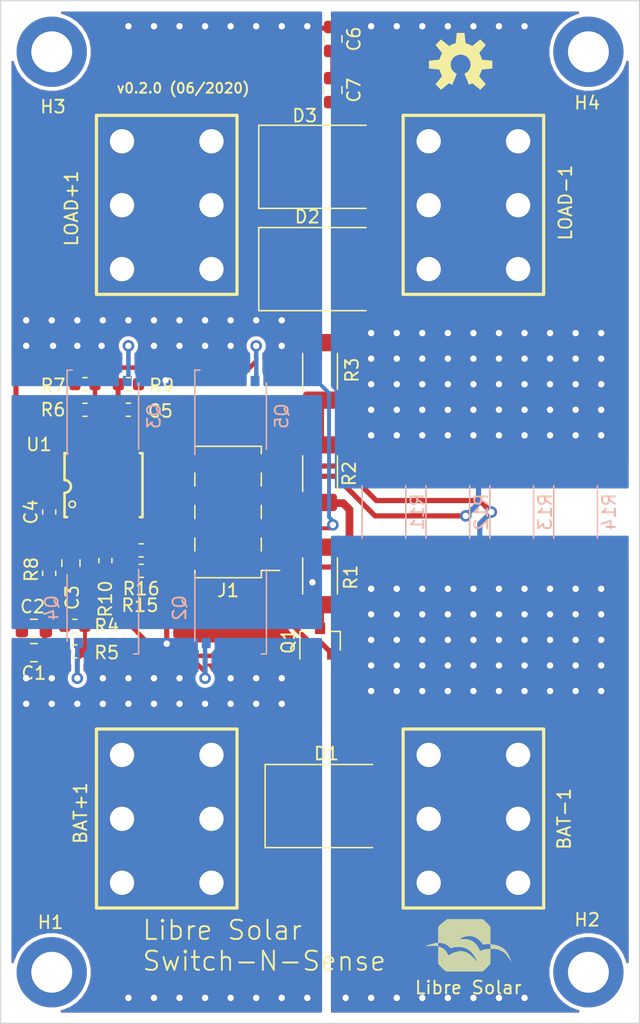
<source format=kicad_pcb>
(kicad_pcb (version 20171130) (host pcbnew 5.1.6-c6e7f7d~86~ubuntu18.04.1)
  (layers (0 Top signal) (31 Bottom signal hide) (34 B.Paste user hide) (35 F.Paste user hide) (36 B.SilkS user hide) (37 F.SilkS user) (38 B.Mask user hide) (39 F.Mask user hide) (44 Edge.Cuts user))
  (net 0 "")
  (net 1 GND)
  (net 2 /CHG_G)
  (net 3 /BAT+)
  (net 4 /LOAD+)
  (net 5 /DSG_G)
  (net 6 "Net-(R4-Pad1)")
  (net 7 "Net-(Q1-Pad2)")
  (net 8 "Net-(U1-Pad15)")
  (net 9 /PCHG)
  (net 10 "Net-(U1-Pad13)")
  (net 11 "Net-(R6-Pad1)")
  (net 12 "Net-(C5-Pad1)")
  (net 13 "Net-(U1-Pad10)")
  (net 14 /PCHG_EN)
  (net 15 /DSG_EN)
  (net 16 /CHG_EN)
  (net 17 "Net-(U1-Pad3)")
  (net 18 "Net-(C3-Pad1)")
  (net 19 "Net-(C3-Pad2)")
  (net 20 "Net-(C1-Pad2)")
  (net 21 "Net-(Q1-Pad3)")
  (net 22 "Net-(R1-Pad2)")
  (net 23 "Net-(R2-Pad1)")
  (net 24 /LOAD-)
  (net 25 "Net-(C6-Pad2)")
  (net 26 "Net-(J1-Pad6)")
  (net 27 "Net-(J1-Pad4)")
  (net 28 "Net-(J1-Pad2)")
  (module Package_TO_SOT_SMD:TDSON-8-1 (layer Bottom) (at 131.5 97.5 270)
    (fp_text reference Q3 (at 0 -4 90) (layer B.SilkS) (effects (justify mirror)))
    (fp_text value NVMFS6H800NT1G)
    (pad 5 smd rect (at 0.5 0) (size 4.5 4.29) (layers Bottom B.Mask) (net 7 "Net-(Q1-Pad2)"))
    (pad 5 smd rect (at 2.75 1.91) (size 0.7 0.8) (layers Bottom B.Paste B.Mask) (net 7 "Net-(Q1-Pad2)"))
    (pad 5 smd rect (at 2.75 0.64) (size 0.7 0.8) (layers Bottom B.Paste B.Mask) (net 7 "Net-(Q1-Pad2)"))
    (pad 5 smd rect (at 2.75 -0.64) (size 0.7 0.8) (layers Bottom B.Paste B.Mask) (net 7 "Net-(Q1-Pad2)"))
    (pad 5 smd rect (at 2.75 -1.91) (size 0.7 0.8) (layers Bottom B.Paste B.Mask) (net 7 "Net-(Q1-Pad2)"))
    (pad 4 smd rect (at -2.75 -1.91) (size 0.7 0.8) (layers Bottom B.Paste B.Mask) (net 5 /DSG_G))
    (pad 3 smd rect (at -2.75 -0.64) (size 0.7 0.8) (layers Bottom B.Paste B.Mask) (net 4 /LOAD+))
    (pad 2 smd rect (at -2.75 0.64) (size 0.7 0.8) (layers Bottom B.Paste B.Mask) (net 4 /LOAD+))
    (pad 1 smd rect (at -2.75 1.91) (size 0.7 0.8) (layers Bottom B.Paste B.Mask) (net 4 /LOAD+))
  )
  (module Package_TO_SOT_SMD:TDSON-8-1 (layer Bottom) (at 141.5 97.5 270)
    (fp_text reference Q5 (at 0 -4 90) (layer B.SilkS) (effects (justify mirror)))
    (fp_text value NVMFS6H800NT1G)
    (pad 5 smd rect (at 0.5 0) (size 4.5 4.29) (layers Bottom B.Mask) (net 7 "Net-(Q1-Pad2)"))
    (pad 5 smd rect (at 2.75 1.91) (size 0.7 0.8) (layers Bottom B.Paste B.Mask) (net 7 "Net-(Q1-Pad2)"))
    (pad 5 smd rect (at 2.75 0.64) (size 0.7 0.8) (layers Bottom B.Paste B.Mask) (net 7 "Net-(Q1-Pad2)"))
    (pad 5 smd rect (at 2.75 -0.64) (size 0.7 0.8) (layers Bottom B.Paste B.Mask) (net 7 "Net-(Q1-Pad2)"))
    (pad 5 smd rect (at 2.75 -1.91) (size 0.7 0.8) (layers Bottom B.Paste B.Mask) (net 7 "Net-(Q1-Pad2)"))
    (pad 4 smd rect (at -2.75 -1.91) (size 0.7 0.8) (layers Bottom B.Paste B.Mask) (net 5 /DSG_G))
    (pad 3 smd rect (at -2.75 -0.64) (size 0.7 0.8) (layers Bottom B.Paste B.Mask) (net 4 /LOAD+))
    (pad 2 smd rect (at -2.75 0.64) (size 0.7 0.8) (layers Bottom B.Paste B.Mask) (net 4 /LOAD+))
    (pad 1 smd rect (at -2.75 1.91) (size 0.7 0.8) (layers Bottom B.Paste B.Mask) (net 4 /LOAD+))
  )
  (module Package_TO_SOT_SMD:TDSON-8-1 (layer Bottom) (at 131.5 112.5 90)
    (fp_text reference Q4 (at 0 -4 270) (layer B.SilkS) (effects (justify mirror)))
    (fp_text value NVMFS6H800NT1G)
    (pad 5 smd rect (at 0.5 0 180) (size 4.5 4.29) (layers Bottom B.Mask) (net 7 "Net-(Q1-Pad2)"))
    (pad 5 smd rect (at 2.75 1.91 180) (size 0.7 0.8) (layers Bottom B.Paste B.Mask) (net 7 "Net-(Q1-Pad2)"))
    (pad 5 smd rect (at 2.75 0.64 180) (size 0.7 0.8) (layers Bottom B.Paste B.Mask) (net 7 "Net-(Q1-Pad2)"))
    (pad 5 smd rect (at 2.75 -0.64 180) (size 0.7 0.8) (layers Bottom B.Paste B.Mask) (net 7 "Net-(Q1-Pad2)"))
    (pad 5 smd rect (at 2.75 -1.91 180) (size 0.7 0.8) (layers Bottom B.Paste B.Mask) (net 7 "Net-(Q1-Pad2)"))
    (pad 4 smd rect (at -2.75 -1.91 180) (size 0.7 0.8) (layers Bottom B.Paste B.Mask) (net 2 /CHG_G))
    (pad 3 smd rect (at -2.75 -0.64 180) (size 0.7 0.8) (layers Bottom B.Paste B.Mask) (net 3 /BAT+))
    (pad 2 smd rect (at -2.75 0.64 180) (size 0.7 0.8) (layers Bottom B.Paste B.Mask) (net 3 /BAT+))
    (pad 1 smd rect (at -2.75 1.91 180) (size 0.7 0.8) (layers Bottom B.Paste B.Mask) (net 3 /BAT+))
  )
  (module Package_TO_SOT_SMD:TDSON-8-1 (layer Bottom) (at 141.5 112.5 90)
    (fp_text reference Q2 (at 0 -4 90) (layer B.SilkS) (effects (justify mirror)))
    (fp_text value NVMFS6H800NT1G)
    (pad 5 smd rect (at 0.5 0 180) (size 4.5 4.29) (layers Bottom B.Mask) (net 7 "Net-(Q1-Pad2)"))
    (pad 5 smd rect (at 2.75 1.91 180) (size 0.7 0.8) (layers Bottom B.Paste B.Mask) (net 7 "Net-(Q1-Pad2)"))
    (pad 5 smd rect (at 2.75 0.64 180) (size 0.7 0.8) (layers Bottom B.Paste B.Mask) (net 7 "Net-(Q1-Pad2)"))
    (pad 5 smd rect (at 2.75 -0.64 180) (size 0.7 0.8) (layers Bottom B.Paste B.Mask) (net 7 "Net-(Q1-Pad2)"))
    (pad 5 smd rect (at 2.75 -1.91 180) (size 0.7 0.8) (layers Bottom B.Paste B.Mask) (net 7 "Net-(Q1-Pad2)"))
    (pad 4 smd rect (at -2.75 -1.91 180) (size 0.7 0.8) (layers Bottom B.Paste B.Mask) (net 2 /CHG_G))
    (pad 3 smd rect (at -2.75 -0.64 180) (size 0.7 0.8) (layers Bottom B.Paste B.Mask) (net 3 /BAT+))
    (pad 2 smd rect (at -2.75 0.64 180) (size 0.7 0.8) (layers Bottom B.Paste B.Mask) (net 3 /BAT+))
    (pad 1 smd rect (at -2.75 1.91 180) (size 0.7 0.8) (layers Bottom B.Paste B.Mask) (net 3 /BAT+))
  )
  (module ylib_pcb:8197 (layer Top) (at 160.5 81 90)
    (fp_text reference LOAD-1 (at 0.1964 7.2011 90) (layer F.SilkS))
    (fp_text value KEYSTONE-8197 hide)
    (pad 1 thru_hole circle (at 5 3.5 90) (size 3 3) (drill 1.9) (layers *.Cu *.Mask) (net 24 /LOAD-))
    (pad 1 thru_hole circle (at 0 3.5 90) (size 3 3) (drill 1.9) (layers *.Cu *.Mask) (net 24 /LOAD-))
    (pad 1 thru_hole circle (at -5 3.5 90) (size 3 3) (drill 1.9) (layers *.Cu *.Mask) (net 24 /LOAD-))
    (pad 1 thru_hole circle (at 5 -3.5 90) (size 3 3) (drill 1.9) (layers *.Cu *.Mask) (net 24 /LOAD-))
    (pad 1 thru_hole circle (at 0 -3.5 90) (size 3 3) (drill 1.9) (layers *.Cu *.Mask) (net 24 /LOAD-))
    (pad 1 thru_hole circle (at -5 -3.5 90) (size 3 3) (drill 1.9) (layers *.Cu *.Mask) (net 24 /LOAD-))
  )
  (module ylib_pcb:8197 (layer Top) (at 136.5 81 90)
    (fp_text reference LOAD+1 (at -0.253175 -7.455667 90) (layer F.SilkS))
    (fp_text value KEYSTONE-8197 hide)
    (pad 1 thru_hole circle (at 5 3.5 90) (size 3 3) (drill 1.9) (layers *.Cu *.Mask) (net 4 /LOAD+))
    (pad 1 thru_hole circle (at 0 3.5 90) (size 3 3) (drill 1.9) (layers *.Cu *.Mask) (net 4 /LOAD+))
    (pad 1 thru_hole circle (at -5 3.5 90) (size 3 3) (drill 1.9) (layers *.Cu *.Mask) (net 4 /LOAD+))
    (pad 1 thru_hole circle (at 5 -3.5 90) (size 3 3) (drill 1.9) (layers *.Cu *.Mask) (net 4 /LOAD+))
    (pad 1 thru_hole circle (at 0 -3.5 90) (size 3 3) (drill 1.9) (layers *.Cu *.Mask) (net 4 /LOAD+))
    (pad 1 thru_hole circle (at -5 -3.5 90) (size 3 3) (drill 1.9) (layers *.Cu *.Mask) (net 4 /LOAD+))
  )
  (module ylib_pcb:8197 (layer Top) (at 160.5 129 90)
    (fp_text reference BAT-1 (at -0.0036 7.1011 90) (layer F.SilkS))
    (fp_text value KEYSTONE-8197 hide)
    (pad 1 thru_hole circle (at 5 3.5 90) (size 3 3) (drill 1.9) (layers *.Cu *.Mask) (net 1 GND))
    (pad 1 thru_hole circle (at 0 3.5 90) (size 3 3) (drill 1.9) (layers *.Cu *.Mask) (net 1 GND))
    (pad 1 thru_hole circle (at -5 3.5 90) (size 3 3) (drill 1.9) (layers *.Cu *.Mask) (net 1 GND))
    (pad 1 thru_hole circle (at 5 -3.5 90) (size 3 3) (drill 1.9) (layers *.Cu *.Mask) (net 1 GND))
    (pad 1 thru_hole circle (at 0 -3.5 90) (size 3 3) (drill 1.9) (layers *.Cu *.Mask) (net 1 GND))
    (pad 1 thru_hole circle (at -5 -3.5 90) (size 3 3) (drill 1.9) (layers *.Cu *.Mask) (net 1 GND))
  )
  (module ylib_pcb:8197 (layer Top) (at 136.5 129 90)
    (fp_text reference BAT+1 (at 0.45 -6.75 90) (layer F.SilkS))
    (fp_text value KEYSTONE-8197 hide)
    (pad 1 thru_hole circle (at 5 3.5 90) (size 3 3) (drill 1.9) (layers *.Cu *.Mask) (net 3 /BAT+))
    (pad 1 thru_hole circle (at 0 3.5 90) (size 3 3) (drill 1.9) (layers *.Cu *.Mask) (net 3 /BAT+))
    (pad 1 thru_hole circle (at -5 3.5 90) (size 3 3) (drill 1.9) (layers *.Cu *.Mask) (net 3 /BAT+))
    (pad 1 thru_hole circle (at 5 -3.5 90) (size 3 3) (drill 1.9) (layers *.Cu *.Mask) (net 3 /BAT+))
    (pad 1 thru_hole circle (at 0 -3.5 90) (size 3 3) (drill 1.9) (layers *.Cu *.Mask) (net 3 /BAT+))
    (pad 1 thru_hole circle (at -5 -3.5 90) (size 3 3) (drill 1.9) (layers *.Cu *.Mask) (net 3 /BAT+))
  )
  (module LibreSolar:LIBRESOLAR_LOGO (layer Top) (at 157.8 140.9)
    (fp_text reference U$1 hide)
    (fp_text value LIBRESOLAR_LOGO hide)
    (fp_text user "Libre Solar" (at 2.3 1.3) (layer F.SilkS))
  )
  (module MountingHole:MountingHole_3.2mm_M3_ISO14580_Pad (layer Top) (at 169.5 69 90)
    (fp_text reference H4 (at -4 -0.1 180) (layer F.SilkS))
    (fp_text value MOUNT-HOLE3.2)
    (pad 1 thru_hole circle (at 0 0 90) (size 5.5 5.5) (drill 3.2) (layers *.Cu *.Mask))
  )
  (module MountingHole:MountingHole_3.2mm_M3_ISO14580_Pad (layer Top) (at 127.5 69 90)
    (fp_text reference H3 (at -4.3 0.1 180) (layer F.SilkS))
    (fp_text value MOUNT-HOLE3.2)
    (pad 1 thru_hole circle (at 0 0 90) (size 5.5 5.5) (drill 3.2) (layers *.Cu *.Mask))
  )
  (module MountingHole:MountingHole_3.2mm_M3_ISO14580_Pad (layer Top) (at 169.5 141 90)
    (fp_text reference H2 (at 4.1 -0.1 180) (layer F.SilkS))
    (fp_text value MOUNT-HOLE3.2)
    (pad 1 thru_hole circle (at 0 0 90) (size 5.5 5.5) (drill 3.2) (layers *.Cu *.Mask))
  )
  (module MountingHole:MountingHole_3.2mm_M3_ISO14580_Pad (layer Top) (at 127.5 141 90)
    (fp_text reference H1 (at 3.9 -0.1 180) (layer F.SilkS))
    (fp_text value MOUNT-HOLE3.2)
    (pad 1 thru_hole circle (at 0 0 90) (size 5.5 5.5) (drill 3.2) (layers *.Cu *.Mask))
  )
  (module Connector_PinHeader_2.54mm:PinHeader_2x04_P2.54mm_Vertical_SMD (layer Top) (at 141.3 105 180)
    (fp_text reference J1 (at 0 -6.14) (layer F.SilkS))
    (fp_text value 61000821121)
    (pad 8 smd rect (at 2.525 3.81 180) (size 3.15 1) (layers Top F.Paste F.Mask) (net 24 /LOAD-))
    (pad 7 smd rect (at -2.525 3.81 180) (size 3.15 1) (layers Top F.Paste F.Mask) (net 1 GND))
    (pad 6 smd rect (at 2.525 1.27 180) (size 3.15 1) (layers Top F.Paste F.Mask) (net 26 "Net-(J1-Pad6)"))
    (pad 5 smd rect (at -2.525 1.27 180) (size 3.15 1) (layers Top F.Paste F.Mask) (net 1 GND))
    (pad 4 smd rect (at 2.525 -1.27 180) (size 3.15 1) (layers Top F.Paste F.Mask) (net 27 "Net-(J1-Pad4)"))
    (pad 3 smd rect (at -2.525 -1.27 180) (size 3.15 1) (layers Top F.Paste F.Mask) (net 4 /LOAD+))
    (pad 2 smd rect (at 2.525 -3.81 180) (size 3.15 1) (layers Top F.Paste F.Mask) (net 28 "Net-(J1-Pad2)"))
    (pad 1 smd rect (at -2.525 -3.81 180) (size 3.15 1) (layers Top F.Paste F.Mask) (net 3 /BAT+))
  )
  (module Diode_SMD:D_SMC (layer Top) (at 148.5 78)
    (fp_text reference D3 (at -1.2 -4) (layer F.SilkS))
    (fp_text value SMCJ60A)
    (pad 2 smd rect (at 3.4 0 90) (size 3.3 2.5) (layers Top F.Paste F.Mask) (net 24 /LOAD-))
    (pad 1 smd rect (at -3.4 0 90) (size 3.3 2.5) (layers Top F.Paste F.Mask) (net 4 /LOAD+))
  )
  (module Diode_SMD:D_SMC (layer Top) (at 148.5 86)
    (fp_text reference D2 (at -1 -4.1) (layer F.SilkS))
    (fp_text value ES3D-E3/57T)
    (pad 2 smd rect (at 3.4 0 90) (size 3.3 2.5) (layers Top F.Paste F.Mask) (net 24 /LOAD-))
    (pad 1 smd rect (at -3.4 0 90) (size 3.3 2.5) (layers Top F.Paste F.Mask) (net 4 /LOAD+))
  )
  (module Diode_SMD:D_SMC (layer Top) (at 149 128)
    (fp_text reference D1 (at 0 -4.1) (layer F.SilkS))
    (fp_text value SMCJ60A)
    (pad 2 smd rect (at 3.4 0 90) (size 3.3 2.5) (layers Top F.Paste F.Mask) (net 1 GND))
    (pad 1 smd rect (at -3.4 0 90) (size 3.3 2.5) (layers Top F.Paste F.Mask) (net 3 /BAT+))
  )
  (module Resistor_SMD:R_0603_1608Metric (layer Top) (at 130.1011 95 180)
    (fp_text reference R7 (at 2.5 -0.1) (layer F.SilkS))
    (fp_text value 1M)
    (pad 2 smd roundrect (at 0.7875 0 180) (size 0.875 0.95) (layers Top F.Paste F.Mask) (net 4 /LOAD+))
    (pad 1 smd roundrect (at -0.7875 0 180) (size 0.875 0.95) (layers Top F.Paste F.Mask) (net 5 /DSG_G))
  )
  (module Resistor_SMD:R_2010_5025Metric (layer Top) (at 148.5 94 90)
    (fp_text reference R3 (at 0.0964 2.5011 90) (layer F.SilkS))
    (fp_text value 33)
    (pad 2 smd roundrect (at 2.25 0 90) (size 1.35 2.65) (layers Top F.Paste F.Mask) (roundrect_rratio 0.185185) (net 4 /LOAD+))
    (pad 1 smd roundrect (at -2.25 0 90) (size 1.35 2.65) (layers Top F.Paste F.Mask) (roundrect_rratio 0.185185) (net 23 "Net-(R2-Pad1)"))
  )
  (module Resistor_SMD:R_2010_5025Metric (layer Top) (at 148.5 102 270)
    (fp_text reference R2 (at 0 -2.28 90) (layer F.SilkS))
    (fp_text value 33)
    (pad 2 smd roundrect (at 2.25 0 270) (size 1.35 2.65) (layers Top F.Paste F.Mask) (roundrect_rratio 0.185185) (net 22 "Net-(R1-Pad2)"))
    (pad 1 smd roundrect (at -2.25 0 270) (size 1.35 2.65) (layers Top F.Paste F.Mask) (roundrect_rratio 0.185185) (net 23 "Net-(R2-Pad1)"))
  )
  (module Resistor_SMD:R_2010_5025Metric (layer Top) (at 148.5 110 90)
    (fp_text reference R1 (at -0.1036 2.4011 90) (layer F.SilkS))
    (fp_text value 33)
    (pad 2 smd roundrect (at 2.25 0 90) (size 1.35 2.65) (layers Top F.Paste F.Mask) (roundrect_rratio 0.185185) (net 22 "Net-(R1-Pad2)"))
    (pad 1 smd roundrect (at -2.25 0 90) (size 1.35 2.65) (layers Top F.Paste F.Mask) (roundrect_rratio 0.185185) (net 21 "Net-(Q1-Pad3)"))
  )
  (module Package_TO_SOT_SMD:SOT-23 (layer Top) (at 148.5 115.1 90)
    (fp_text reference Q1 (at 0 -2.5 90) (layer F.SilkS))
    (fp_text value ZXMP10A13F)
    (pad 3 smd rect (at 1 0 90) (size 0.9 0.8) (layers Top F.Paste F.Mask) (net 21 "Net-(Q1-Pad3)"))
    (pad 2 smd rect (at -1 0.95 90) (size 0.9 0.8) (layers Top F.Paste F.Mask) (net 7 "Net-(Q1-Pad2)"))
    (pad 1 smd rect (at -1 -0.95 90) (size 0.9 0.8) (layers Top F.Paste F.Mask) (net 9 /PCHG))
  )
  (module Resistor_SMD:R_0603_1608Metric (layer Top) (at 134.5 108 180)
    (fp_text reference R16 (at 0 -3) (layer F.SilkS))
    (fp_text value 1k)
    (pad 2 smd roundrect (at 0.7875 0 180) (size 0.875 0.95) (layers Top F.Paste F.Mask) (net 14 /PCHG_EN))
    (pad 1 smd roundrect (at -0.7875 0 180) (size 0.875 0.95) (layers Top F.Paste F.Mask) (net 26 "Net-(J1-Pad6)"))
  )
  (module Resistor_SMD:R_0603_1608Metric (layer Top) (at 134.5 109.6 180)
    (fp_text reference R15 (at 0.1 -2.7) (layer F.SilkS))
    (fp_text value 1k)
    (pad 2 smd roundrect (at 0.7875 0 180) (size 0.875 0.95) (layers Top F.Paste F.Mask) (net 15 /DSG_EN))
    (pad 1 smd roundrect (at -0.7875 0 180) (size 0.875 0.95) (layers Top F.Paste F.Mask) (net 27 "Net-(J1-Pad4)"))
  )
  (module Resistor_SMD:R_0603_1608Metric (layer Top) (at 131.7 108.8 90)
    (fp_text reference R10 (at -3 0 90) (layer F.SilkS))
    (fp_text value 1k)
    (pad 2 smd roundrect (at 0.7875 0 90) (size 0.875 0.95) (layers Top F.Paste F.Mask) (net 16 /CHG_EN))
    (pad 1 smd roundrect (at -0.7875 0 90) (size 0.875 0.95) (layers Top F.Paste F.Mask) (net 28 "Net-(J1-Pad2)"))
  )
  (module Resistor_SMD:R_0603_1608Metric (layer Top) (at 133.5 95)
    (fp_text reference R9 (at 2.6011 0.1036) (layer F.SilkS))
    (fp_text value 100)
    (pad 2 smd roundrect (at 0.7875 0) (size 0.875 0.95) (layers Top F.Paste F.Mask) (net 4 /LOAD+))
    (pad 1 smd roundrect (at -0.7875 0) (size 0.875 0.95) (layers Top F.Paste F.Mask) (net 12 "Net-(C5-Pad1)"))
  )
  (module Resistor_SMD:R_0603_1608Metric (layer Top) (at 127.3 109.8 270)
    (fp_text reference R8 (at -0.3 1.4 90) (layer F.SilkS))
    (fp_text value 100)
    (pad 2 smd roundrect (at 0.7875 0 270) (size 0.875 0.95) (layers Top F.Paste F.Mask) (net 3 /BAT+))
    (pad 1 smd roundrect (at -0.7875 0 270) (size 0.875 0.95) (layers Top F.Paste F.Mask) (net 18 "Net-(C3-Pad1)"))
  )
  (module Resistor_SMD:R_0603_1608Metric (layer Top) (at 130.1011 97.0036)
    (fp_text reference R6 (at -2.5 0) (layer F.SilkS))
    (fp_text value 4.7)
    (pad 2 smd roundrect (at 0.7875 0) (size 0.875 0.95) (layers Top F.Paste F.Mask) (net 5 /DSG_G))
    (pad 1 smd roundrect (at -0.7875 0) (size 0.875 0.95) (layers Top F.Paste F.Mask) (net 11 "Net-(R6-Pad1)"))
  )
  (module Resistor_SMD:R_0603_1608Metric (layer Top) (at 129.3011 113.9036)
    (fp_text reference R4 (at 2.5 0) (layer F.SilkS))
    (fp_text value 4.7)
    (pad 2 smd roundrect (at 0.7875 0) (size 0.875 0.95) (layers Top F.Paste F.Mask) (net 2 /CHG_G))
    (pad 1 smd roundrect (at -0.7875 0) (size 0.875 0.95) (layers Top F.Paste F.Mask) (net 6 "Net-(R4-Pad1)"))
  )
  (module Capacitor_SMD:C_0603_1608Metric (layer Top) (at 133.5 97)
    (fp_text reference C5 (at 2.5011 0.1036) (layer F.SilkS))
    (fp_text value 10n)
    (pad 2 smd roundrect (at 0.7875 0) (size 0.875 0.95) (layers Top F.Paste F.Mask) (net 1 GND))
    (pad 1 smd roundrect (at -0.7875 0) (size 0.875 0.95) (layers Top F.Paste F.Mask) (net 12 "Net-(C5-Pad1)"))
  )
  (module Capacitor_SMD:C_0603_1608Metric (layer Top) (at 127.3 105 90)
    (fp_text reference C4 (at 0 -1.43 90) (layer F.SilkS))
    (fp_text value 10n)
    (pad 2 smd roundrect (at 0.7875 0 90) (size 0.875 0.95) (layers Top F.Paste F.Mask) (net 1 GND))
    (pad 1 smd roundrect (at -0.7875 0 90) (size 0.875 0.95) (layers Top F.Paste F.Mask) (net 18 "Net-(C3-Pad1)"))
  )
  (module Capacitor_SMD:C_0805_2012Metric (layer Top) (at 129 109 90)
    (fp_text reference C3 (at -2.7 0.1 90) (layer F.SilkS))
    (fp_text value 4.7u)
    (pad 2 smd roundrect (at 0.9375 0 90) (size 0.975 1.4) (layers Top F.Paste F.Mask) (net 19 "Net-(C3-Pad2)"))
    (pad 1 smd roundrect (at -0.9375 0 90) (size 0.975 1.4) (layers Top F.Paste F.Mask) (net 18 "Net-(C3-Pad1)"))
  )
  (module Switch-N-Sense:TSSOP16 (layer Top) (at 131.5 103)
    (fp_text reference U1 (at -6.0989 -2.6964 180) (layer F.SilkS) (effects (justify left bottom)))
    (fp_text value BQ76200)
    (pad 16 smd rect (at -2.225 -3.05) (size 0.35 1.6) (layers Top F.Paste F.Mask) (net 6 "Net-(R4-Pad1)"))
    (pad 15 smd rect (at -1.575 -3.05) (size 0.35 1.6) (layers Top F.Paste F.Mask) (net 8 "Net-(U1-Pad15)"))
    (pad 14 smd rect (at -0.925 -3.05) (size 0.35 1.6) (layers Top F.Paste F.Mask) (net 9 /PCHG))
    (pad 13 smd rect (at -0.275 -3.05) (size 0.35 1.6) (layers Top F.Paste F.Mask) (net 10 "Net-(U1-Pad13)"))
    (pad 12 smd rect (at 0.375 -3.05) (size 0.35 1.6) (layers Top F.Paste F.Mask) (net 11 "Net-(R6-Pad1)"))
    (pad 11 smd rect (at 1.025 -3.05) (size 0.35 1.6) (layers Top F.Paste F.Mask) (net 12 "Net-(C5-Pad1)"))
    (pad 10 smd rect (at 1.675 -3.05) (size 0.35 1.6) (layers Top F.Paste F.Mask) (net 13 "Net-(U1-Pad10)"))
    (pad 9 smd rect (at 2.325 -3.05) (size 0.35 1.6) (layers Top F.Paste F.Mask) (net 1 GND))
    (pad 8 smd rect (at 2.325 2.85) (size 0.35 1.6) (layers Top F.Paste F.Mask) (net 14 /PCHG_EN))
    (pad 7 smd rect (at 1.675 2.85) (size 0.35 1.6) (layers Top F.Paste F.Mask) (net 1 GND))
    (pad 6 smd rect (at 1.025 2.85) (size 0.35 1.6) (layers Top F.Paste F.Mask) (net 15 /DSG_EN))
    (pad 5 smd rect (at 0.375 2.85) (size 0.35 1.6) (layers Top F.Paste F.Mask) (net 1 GND))
    (pad 4 smd rect (at -0.275 2.85) (size 0.35 1.6) (layers Top F.Paste F.Mask) (net 16 /CHG_EN))
    (pad 3 smd rect (at -0.925 2.85) (size 0.35 1.6) (layers Top F.Paste F.Mask) (net 17 "Net-(U1-Pad3)"))
    (pad 2 smd rect (at -1.575 2.85) (size 0.35 1.6) (layers Top F.Paste F.Mask) (net 18 "Net-(C3-Pad1)"))
    (pad 1 smd rect (at -2.225 2.85) (size 0.35 1.6) (layers Top F.Paste F.Mask) (net 19 "Net-(C3-Pad2)"))
  )
  (module Capacitor_SMD:C_0805_2012Metric (layer Top) (at 126.1 114.1 180)
    (fp_text reference C2 (at 0.1 1.7) (layer F.SilkS))
    (fp_text value 100n)
    (pad 2 smd roundrect (at 0.9375 0 180) (size 0.975 1.4) (layers Top F.Paste F.Mask) (net 4 /LOAD+))
    (pad 1 smd roundrect (at -0.9375 0 180) (size 0.975 1.4) (layers Top F.Paste F.Mask) (net 20 "Net-(C1-Pad2)"))
  )
  (module Capacitor_SMD:C_0805_2012Metric (layer Top) (at 126.1 116)
    (fp_text reference C1 (at 0 1.6) (layer F.SilkS))
    (fp_text value 100n)
    (pad 2 smd roundrect (at 0.9375 0) (size 0.975 1.4) (layers Top F.Paste F.Mask) (net 20 "Net-(C1-Pad2)"))
    (pad 1 smd roundrect (at -0.9375 0) (size 0.975 1.4) (layers Top F.Paste F.Mask) (net 3 /BAT+))
  )
  (module Capacitor_SMD:C_0805_2012Metric (layer Top) (at 149.5 72 270)
    (fp_text reference C7 (at 0 -1.65 90) (layer F.SilkS))
    (fp_text value 100n)
    (pad 2 smd roundrect (at 0.9375 0 270) (size 0.975 1.4) (layers Top F.Paste F.Mask) (net 24 /LOAD-))
    (pad 1 smd roundrect (at -0.9375 0 270) (size 0.975 1.4) (layers Top F.Paste F.Mask) (net 25 "Net-(C6-Pad2)"))
  )
  (module Capacitor_SMD:C_0805_2012Metric (layer Top) (at 149.5 68 270)
    (fp_text reference C6 (at 0 -1.65 90) (layer F.SilkS))
    (fp_text value 100n)
    (pad 2 smd roundrect (at 0.9375 0 270) (size 0.975 1.4) (layers Top F.Paste F.Mask) (net 25 "Net-(C6-Pad2)"))
    (pad 1 smd roundrect (at -0.9375 0 270) (size 0.975 1.4) (layers Top F.Paste F.Mask) (net 4 /LOAD+))
  )
  (module Resistor_SMD:R_2512_6332Metric (layer Bottom) (at 168.5 105 90)
    (fp_text reference R14 (at 0 2.62 90) (layer B.SilkS) (effects (justify mirror)))
    (fp_text value 2m)
    (pad 2 smd roundrect (at 2.9 0 90) (size 1.35 3.35) (layers Bottom B.Paste B.Mask) (roundrect_rratio 0.185185) (net 24 /LOAD-))
    (pad 1 smd roundrect (at -2.9 0 90) (size 1.35 3.35) (layers Bottom B.Paste B.Mask) (roundrect_rratio 0.185185) (net 1 GND))
  )
  (module Resistor_SMD:R_2512_6332Metric (layer Bottom) (at 163.5 105 90)
    (fp_text reference R13 (at 0 2.62 90) (layer B.SilkS) (effects (justify mirror)))
    (fp_text value 2m)
    (pad 2 smd roundrect (at 2.9 0 90) (size 1.35 3.35) (layers Bottom B.Paste B.Mask) (roundrect_rratio 0.185185) (net 24 /LOAD-))
    (pad 1 smd roundrect (at -2.9 0 90) (size 1.35 3.35) (layers Bottom B.Paste B.Mask) (roundrect_rratio 0.185185) (net 1 GND))
  )
  (module Resistor_SMD:R_2512_6332Metric (layer Bottom) (at 158.5 105 90)
    (fp_text reference R12 (at 0 2.62 90) (layer B.SilkS) (effects (justify mirror)))
    (fp_text value 2m)
    (pad 2 smd roundrect (at 2.9 0 90) (size 1.35 3.35) (layers Bottom B.Paste B.Mask) (roundrect_rratio 0.185185) (net 24 /LOAD-))
    (pad 1 smd roundrect (at -2.9 0 90) (size 1.35 3.35) (layers Bottom B.Paste B.Mask) (roundrect_rratio 0.185185) (net 1 GND))
  )
  (module Resistor_SMD:R_2512_6332Metric (layer Bottom) (at 153.5 105 90)
    (fp_text reference R11 (at 0 2.62 90) (layer B.SilkS) (effects (justify mirror)))
    (fp_text value 2m)
    (pad 2 smd roundrect (at 2.9 0 90) (size 1.35 3.35) (layers Bottom B.Paste B.Mask) (roundrect_rratio 0.185185) (net 24 /LOAD-))
    (pad 1 smd roundrect (at -2.9 0 90) (size 1.35 3.35) (layers Bottom B.Paste B.Mask) (roundrect_rratio 0.185185) (net 1 GND))
  )
  (module Resistor_SMD:R_0603_1608Metric (layer Top) (at 129.3011 115.9036)
    (fp_text reference R5 (at 2.5011 0.1) (layer F.SilkS))
    (fp_text value 1M)
    (pad 2 smd roundrect (at 0.7875 0) (size 0.875 0.95) (layers Top F.Paste F.Mask) (net 2 /CHG_G))
    (pad 1 smd roundrect (at -0.7875 0) (size 0.875 0.95) (layers Top F.Paste F.Mask) (net 3 /BAT+))
  )
  (module Switch-N-Sense:OSHW-LOGO-M (layer Top) (at 159.5011 70.0036)
    (fp_text reference N1 hide)
    (fp_text value OSHW-LOGOM hide)
  )
  (gr_line (start 173.5 145) (end 173.5 65) (layer Edge.Cuts) (width 0.1))
  (gr_line (start 173.5 65) (end 123.5 65) (layer Edge.Cuts) (width 0.1))
  (gr_line (start 123.5 65) (end 123.5 145) (layer Edge.Cuts) (width 0.1))
  (gr_line (start 123.5 145) (end 173.5 145) (layer Edge.Cuts) (width 0.1))
  (gr_text "Libre Solar\nSwitch-N-Sense" (at 134.5 141) (layer F.SilkS) (effects (font (size 1.5 1.5)) (justify left bottom)))
  (gr_text "" (at 132.5 72) (layer F.SilkS) (effects (font (size 0.77216 0.77216) (thickness 0.065024)) (justify left bottom)))
  (gr_text "v0.2.0 (06/2020)" (at 132.5011 72.3036) (layer F.SilkS) (effects (font (size 0.77216 0.77216)) (justify left bottom)))
  (via (at 150.5011 143.0036) (size 0.9064) (drill 0.5) (layers Top Bottom) (net 1))
  (via (at 152.5011 143.0036) (size 0.9064) (drill 0.5) (layers Top Bottom) (net 1))
  (via (at 154.5011 143.0036) (size 0.9064) (drill 0.5) (layers Top Bottom) (net 1))
  (via (at 156.5011 143.0036) (size 0.9064) (drill 0.5) (layers Top Bottom) (net 1))
  (via (at 158.5011 143.0036) (size 0.9064) (drill 0.5) (layers Top Bottom) (net 1))
  (via (at 160.5011 143.0036) (size 0.9064) (drill 0.5) (layers Top Bottom) (net 1))
  (via (at 162.5011 143.0036) (size 0.9064) (drill 0.5) (layers Top Bottom) (net 1))
  (via (at 164.5011 143.0036) (size 0.9064) (drill 0.5) (layers Top Bottom) (net 1))
  (via (at 152.5011 119.0036) (size 0.9064) (drill 0.5) (layers Top Bottom) (net 1))
  (via (at 152.5011 117.0036) (size 0.9064) (drill 0.5) (layers Top Bottom) (net 1))
  (via (at 152.5011 115.0036) (size 0.9064) (drill 0.5) (layers Top Bottom) (net 1))
  (via (at 152.5011 113.0036) (size 0.9064) (drill 0.5) (layers Top Bottom) (net 1))
  (via (at 152.5011 111.0036) (size 0.9064) (drill 0.5) (layers Top Bottom) (net 1))
  (via (at 154.5011 111.0036) (size 0.9064) (drill 0.5) (layers Top Bottom) (net 1))
  (via (at 154.5011 113.0036) (size 0.9064) (drill 0.5) (layers Top Bottom) (net 1))
  (via (at 154.5011 115.0036) (size 0.9064) (drill 0.5) (layers Top Bottom) (net 1))
  (via (at 154.5011 117.0036) (size 0.9064) (drill 0.5) (layers Top Bottom) (net 1))
  (via (at 156.5011 117.0036) (size 0.9064) (drill 0.5) (layers Top Bottom) (net 1))
  (via (at 158.5011 117.0036) (size 0.9064) (drill 0.5) (layers Top Bottom) (net 1))
  (via (at 158.5011 115.0036) (size 0.9064) (drill 0.5) (layers Top Bottom) (net 1))
  (via (at 156.5011 115.0036) (size 0.9064) (drill 0.5) (layers Top Bottom) (net 1))
  (via (at 156.5011 113.0036) (size 0.9064) (drill 0.5) (layers Top Bottom) (net 1))
  (via (at 158.5011 113.0036) (size 0.9064) (drill 0.5) (layers Top Bottom) (net 1))
  (via (at 160.5011 113.0036) (size 0.9064) (drill 0.5) (layers Top Bottom) (net 1))
  (via (at 160.5011 115.0036) (size 0.9064) (drill 0.5) (layers Top Bottom) (net 1))
  (via (at 160.5011 117.0036) (size 0.9064) (drill 0.5) (layers Top Bottom) (net 1))
  (via (at 160.5011 111.0036) (size 0.9064) (drill 0.5) (layers Top Bottom) (net 1))
  (via (at 158.5011 111.0036) (size 0.9064) (drill 0.5) (layers Top Bottom) (net 1))
  (via (at 156.5011 111.0036) (size 0.9064) (drill 0.5) (layers Top Bottom) (net 1))
  (via (at 162.5011 111.0036) (size 0.9064) (drill 0.5) (layers Top Bottom) (net 1))
  (via (at 162.5011 113.0036) (size 0.9064) (drill 0.5) (layers Top Bottom) (net 1))
  (via (at 162.5011 115.0036) (size 0.9064) (drill 0.5) (layers Top Bottom) (net 1))
  (via (at 162.5011 117.0036) (size 0.9064) (drill 0.5) (layers Top Bottom) (net 1))
  (via (at 164.5011 117.0036) (size 0.9064) (drill 0.5) (layers Top Bottom) (net 1))
  (via (at 164.5011 115.0036) (size 0.9064) (drill 0.5) (layers Top Bottom) (net 1))
  (via (at 164.5011 113.0036) (size 0.9064) (drill 0.5) (layers Top Bottom) (net 1))
  (via (at 164.5011 111.0036) (size 0.9064) (drill 0.5) (layers Top Bottom) (net 1))
  (via (at 166.5011 111.0036) (size 0.9064) (drill 0.5) (layers Top Bottom) (net 1))
  (via (at 166.5011 113.0036) (size 0.9064) (drill 0.5) (layers Top Bottom) (net 1))
  (via (at 166.5011 115.0036) (size 0.9064) (drill 0.5) (layers Top Bottom) (net 1))
  (via (at 166.5011 117.0036) (size 0.9064) (drill 0.5) (layers Top Bottom) (net 1))
  (via (at 168.5011 117.0036) (size 0.9064) (drill 0.5) (layers Top Bottom) (net 1))
  (via (at 168.5011 115.0036) (size 0.9064) (drill 0.5) (layers Top Bottom) (net 1))
  (via (at 168.5011 113.0036) (size 0.9064) (drill 0.5) (layers Top Bottom) (net 1))
  (via (at 168.5011 111.0036) (size 0.9064) (drill 0.5) (layers Top Bottom) (net 1))
  (via (at 170.5011 111.0036) (size 0.9064) (drill 0.5) (layers Top Bottom) (net 1))
  (via (at 170.5011 113.0036) (size 0.9064) (drill 0.5) (layers Top Bottom) (net 1))
  (via (at 170.5011 115.0036) (size 0.9064) (drill 0.5) (layers Top Bottom) (net 1))
  (via (at 170.5011 117.0036) (size 0.9064) (drill 0.5) (layers Top Bottom) (net 1))
  (via (at 170.5011 119.0036) (size 0.9064) (drill 0.5) (layers Top Bottom) (net 1))
  (via (at 154.5011 119.0036) (size 0.9064) (drill 0.5) (layers Top Bottom) (net 1))
  (via (at 156.5011 119.0036) (size 0.9064) (drill 0.5) (layers Top Bottom) (net 1))
  (via (at 158.5011 119.0036) (size 0.9064) (drill 0.5) (layers Top Bottom) (net 1))
  (via (at 160.5011 119.0036) (size 0.9064) (drill 0.5) (layers Top Bottom) (net 1))
  (via (at 162.5011 119.0036) (size 0.9064) (drill 0.5) (layers Top Bottom) (net 1))
  (via (at 164.5011 119.0036) (size 0.9064) (drill 0.5) (layers Top Bottom) (net 1))
  (via (at 166.5011 119.0036) (size 0.9064) (drill 0.5) (layers Top Bottom) (net 1))
  (via (at 168.5011 119.0036) (size 0.9064) (drill 0.5) (layers Top Bottom) (net 1))
  (segment (start 144.1011 101.1936) (end 146.7911 101.1936) (width 0.4064) (layer Top) (net 1))
  (segment (start 146.7911 101.1936) (end 147.0011 101.4036) (width 0.4064) (layer Top) (net 1))
  (segment (start 147.0011 101.4036) (end 150.2011 101.4036) (width 0.4064) (layer Top) (net 1))
  (segment (start 150.2011 101.4036) (end 152.9011 104.1036) (width 0.4064) (layer Top) (net 1))
  (segment (start 152.9011 104.1036) (end 161.0011 104.1036) (width 0.4064) (layer Top) (net 1))
  (segment (start 161.0011 104.1036) (end 161.9011 105.0036) (width 0.4064) (layer Top) (net 1))
  (via (at 161.9011 105.0036) (size 0.9064) (drill 0.5) (layers Top Bottom) (net 1))
  (segment (start 161.9011 105.0036) (end 161.0011 105.9036) (width 0.4064) (layer Bottom) (net 1))
  (segment (start 161.0011 105.9036) (end 161.0011 107.8036) (width 0.4064) (layer Bottom) (net 1))
  (segment (start 144.1011 103.7336) (end 141.7711 103.7336) (width 0.4064) (layer Top) (net 1))
  (segment (start 141.7711 103.7336) (end 141.5011 104.0036) (width 0.4064) (layer Top) (net 1))
  (segment (start 141.5011 104.0036) (end 141.5011 107.0036) (width 0.4064) (layer Top) (net 1))
  (segment (start 141.5011 107.0036) (end 142.1011 107.6036) (width 0.4064) (layer Top) (net 1))
  (segment (start 142.1011 107.6036) (end 146.2011 107.6036) (width 0.4064) (layer Top) (net 1))
  (segment (start 146.2011 107.6036) (end 146.5011 107.9036) (width 0.4064) (layer Top) (net 1))
  (segment (start 146.5011 107.9036) (end 146.5011 109.3036) (width 0.4064) (layer Top) (net 1))
  (segment (start 151.1011 109.4036) (end 152.5011 110.8036) (width 0.4064) (layer Top) (net 1))
  (segment (start 152.5011 110.8036) (end 152.5011 111.0036) (width 0.4064) (layer Top) (net 1))
  (segment (start 144.2011 101.0936) (end 144.1011 101.1936) (width 0.3048) (layer Top) (net 1))
  (segment (start 151.0011 109.3036) (end 151.1011 109.4036) (width 0.35) (layer Top) (net 1))
  (segment (start 146.5011 109.3036) (end 151.0011 109.3036) (width 0.4) (layer Top) (net 1))
  (via (at 129.5 118) (size 0.9064) (drill 0.5) (layers Top Bottom) (net 2))
  (segment (start 129.5011 116.1186) (end 129.5011 118.0036) (width 0.4) (layer Bottom) (net 2))
  (segment (start 139.5011 116.1186) (end 139.5011 118.0036) (width 0.4) (layer Bottom) (net 2))
  (segment (start 130.1011 113.9036) (end 130.1011 115.9036) (width 0.3048) (layer Top) (net 2))
  (segment (start 131.3511 116.0036) (end 132.8011 116.0036) (width 0.3048) (layer Top) (net 2))
  (segment (start 132.8011 116.0036) (end 133.5011 116.7036) (width 0.35) (layer Top) (net 2))
  (segment (start 129.5011 115.3436) (end 129.5911 115.2536) (width 0.35) (layer Bottom) (net 2))
  (segment (start 129.5011 116.1186) (end 129.5011 115.3436) (width 0.35) (layer Bottom) (net 2))
  (segment (start 129.5 116.4922) (end 130.0886 115.9036) (width 0.35) (layer Top) (net 2))
  (segment (start 129.5 118) (end 129.5 116.4922) (width 0.35) (layer Top) (net 2))
  (segment (start 130.1886 116.0036) (end 130.0886 115.9036) (width 0.35) (layer Top) (net 2))
  (segment (start 132.8011 116.0036) (end 130.1886 116.0036) (width 0.35) (layer Top) (net 2))
  (segment (start 133.6975 116.9) (end 132.8011 116.0036) (width 0.35) (layer Top) (net 2))
  (segment (start 134.5975 116.9) (end 133.6975 116.9) (width 0.35) (layer Top) (net 2))
  (via (at 139.5 118) (size 0.9064) (drill 0.5) (layers Top Bottom) (net 2))
  (segment (start 139.5 117.4953) (end 138.9047 116.9) (width 0.35) (layer Top) (net 2))
  (segment (start 139.5 118) (end 139.5 117.4953) (width 0.35) (layer Top) (net 2))
  (segment (start 134.5975 116.9) (end 138.9047 116.9) (width 0.35) (layer Top) (net 2))
  (segment (start 139.5011 115.3389) (end 139.59 115.25) (width 0.35) (layer Bottom) (net 2))
  (segment (start 139.5011 116.1186) (end 139.5011 115.3389) (width 0.35) (layer Bottom) (net 2))
  (via (at 145.5011 118.0036) (size 0.9064) (drill 0.5) (layers Top Bottom) (net 3))
  (via (at 147.5011 143.0036) (size 0.9064) (drill 0.5) (layers Top Bottom) (net 3))
  (via (at 136.5 115.3) (size 0.9064) (drill 0.5) (layers Top Bottom) (net 3))
  (segment (start 136.5011 115.2036) (end 136.5011 116.0036) (width 0.3048) (layer Bottom) (net 3))
  (segment (start 136.5011 112.0036) (end 136.5011 115.2036) (width 0.4064) (layer Top) (net 3))
  (segment (start 133.5011 112.0036) (end 136.5011 112.0036) (width 0.4064) (layer Top) (net 3))
  (segment (start 125.2511 116.0036) (end 125.2511 117.7536) (width 0.4064) (layer Top) (net 3))
  (segment (start 125.2511 117.7536) (end 125.5011 118.0036) (width 0.4064) (layer Top) (net 3))
  (via (at 125.5011 118.0036) (size 0.9064) (drill 0.5) (layers Top Bottom) (net 3))
  (via (at 145.5011 143.0036) (size 0.9064) (drill 0.5) (layers Top Bottom) (net 3))
  (via (at 143.5011 143.0036) (size 0.9064) (drill 0.5) (layers Top Bottom) (net 3))
  (via (at 141.5011 143.0036) (size 0.9064) (drill 0.5) (layers Top Bottom) (net 3))
  (via (at 139.5011 143.0036) (size 0.9064) (drill 0.5) (layers Top Bottom) (net 3))
  (via (at 135.5011 143.0036) (size 0.9064) (drill 0.5) (layers Top Bottom) (net 3))
  (via (at 133.5011 143.0036) (size 0.9064) (drill 0.5) (layers Top Bottom) (net 3))
  (via (at 137.5011 143.0036) (size 0.9064) (drill 0.5) (layers Top Bottom) (net 3))
  (via (at 127.5011 118.0036) (size 0.9064) (drill 0.5) (layers Top Bottom) (net 3))
  (via (at 143.5011 118.0036) (size 0.9064) (drill 0.5) (layers Top Bottom) (net 3))
  (via (at 141.5011 118.0036) (size 0.9064) (drill 0.5) (layers Top Bottom) (net 3))
  (via (at 137.5011 118.0036) (size 0.9064) (drill 0.5) (layers Top Bottom) (net 3))
  (via (at 135.5011 118.0036) (size 0.9064) (drill 0.5) (layers Top Bottom) (net 3))
  (via (at 125.5011 120.0036) (size 0.9064) (drill 0.5) (layers Top Bottom) (net 3))
  (via (at 127.5011 120.0036) (size 0.9064) (drill 0.5) (layers Top Bottom) (net 3))
  (via (at 129.5011 120.0036) (size 0.9064) (drill 0.5) (layers Top Bottom) (net 3))
  (via (at 131.5011 120.0036) (size 0.9064) (drill 0.5) (layers Top Bottom) (net 3))
  (via (at 133.5011 120.0036) (size 0.9064) (drill 0.5) (layers Top Bottom) (net 3))
  (via (at 135.5011 120.0036) (size 0.9064) (drill 0.5) (layers Top Bottom) (net 3))
  (via (at 137.5011 120.0036) (size 0.9064) (drill 0.5) (layers Top Bottom) (net 3))
  (via (at 139.5011 120.0036) (size 0.9064) (drill 0.5) (layers Top Bottom) (net 3))
  (via (at 141.5011 120.0036) (size 0.9064) (drill 0.5) (layers Top Bottom) (net 3))
  (via (at 143.5011 120.0036) (size 0.9064) (drill 0.5) (layers Top Bottom) (net 3))
  (via (at 145.5011 120.0036) (size 0.9064) (drill 0.5) (layers Top Bottom) (net 3))
  (segment (start 136.5011 112.0036) (end 142.5011 112.0036) (width 0.4064) (layer Top) (net 3))
  (segment (start 142.5011 112.0036) (end 143.5011 111.0036) (width 0.4064) (layer Top) (net 3))
  (segment (start 143.5011 111.0036) (end 143.5011 109.0036) (width 0.4064) (layer Top) (net 3))
  (segment (start 143.5011 109.0036) (end 143.9111 109.0036) (width 0.4064) (layer Top) (net 3))
  (segment (start 143.9111 109.0036) (end 144.1011 108.8136) (width 0.4064) (layer Top) (net 3))
  (segment (start 127.3011 110.6536) (end 128.0511 111.4036) (width 0.4064) (layer Top) (net 3))
  (segment (start 128.0511 111.4036) (end 132.9011 111.4036) (width 0.4064) (layer Top) (net 3))
  (segment (start 132.9011 111.4036) (end 133.5011 112.0036) (width 0.4064) (layer Top) (net 3))
  (via (at 131.5011 118.0036) (size 0.9064) (drill 0.5) (layers Top Bottom) (net 3))
  (via (at 133.5011 118.0036) (size 0.9064) (drill 0.5) (layers Top Bottom) (net 3))
  (segment (start 128.5136 115.9036) (end 128.5136 117.0911) (width 0.35) (layer Top) (net 3))
  (segment (start 143.5011 118.0036) (end 143.5011 118.1036) (width 0.35) (layer Bottom) (net 3))
  (via (at 147.5011 67.0036) (size 0.9064) (drill 0.5) (layers Top Bottom) (net 4))
  (segment (start 124.7011 113.4536) (end 124.7011 92.4036) (width 0.4064) (layer Top) (net 4))
  (segment (start 125.2511 114.0036) (end 124.7011 113.4536) (width 0.4064) (layer Top) (net 4))
  (segment (start 149.5011 67.1536) (end 147.6511 67.1536) (width 0.4064) (layer Top) (net 4))
  (segment (start 147.6511 67.1536) (end 147.5011 67.0036) (width 0.4064) (layer Top) (net 4))
  (via (at 145.5011 67.0036) (size 0.9064) (drill 0.5) (layers Top Bottom) (net 4))
  (via (at 143.5011 67.0036) (size 0.9064) (drill 0.5) (layers Top Bottom) (net 4))
  (via (at 141.5011 67.0036) (size 0.9064) (drill 0.5) (layers Top Bottom) (net 4))
  (via (at 139.5011 67.0036) (size 0.9064) (drill 0.5) (layers Top Bottom) (net 4))
  (via (at 137.5011 67.0036) (size 0.9064) (drill 0.5) (layers Top Bottom) (net 4))
  (via (at 135.5011 67.0036) (size 0.9064) (drill 0.5) (layers Top Bottom) (net 4))
  (via (at 133.5011 67.0036) (size 0.9064) (drill 0.5) (layers Top Bottom) (net 4))
  (via (at 125.5011 90.0036) (size 0.9064) (drill 0.5) (layers Top Bottom) (net 4))
  (via (at 129.5011 90.0036) (size 0.9064) (drill 0.5) (layers Top Bottom) (net 4))
  (via (at 131.5 90) (size 0.9064) (drill 0.5) (layers Top Bottom) (net 4))
  (via (at 133.5011 90.0036) (size 0.9064) (drill 0.5) (layers Top Bottom) (net 4))
  (via (at 135.5011 90.0036) (size 0.9064) (drill 0.5) (layers Top Bottom) (net 4))
  (via (at 137.5011 90.0036) (size 0.9064) (drill 0.5) (layers Top Bottom) (net 4))
  (via (at 141.5011 90.0036) (size 0.9064) (drill 0.5) (layers Top Bottom) (net 4))
  (via (at 145.5011 92.0036) (size 0.9064) (drill 0.5) (layers Top Bottom) (net 4))
  (via (at 129.5011 92.0036) (size 0.9064) (drill 0.5) (layers Top Bottom) (net 4))
  (via (at 137.5011 92.0036) (size 0.9064) (drill 0.5) (layers Top Bottom) (net 4))
  (via (at 135.5011 92.0036) (size 0.9064) (drill 0.5) (layers Top Bottom) (net 4))
  (via (at 127.5011 90.0036) (size 0.9064) (drill 0.5) (layers Top Bottom) (net 4))
  (via (at 139.5011 90.0036) (size 0.9064) (drill 0.5) (layers Top Bottom) (net 4))
  (via (at 143.5011 90.0036) (size 0.9064) (drill 0.5) (layers Top Bottom) (net 4))
  (via (at 145.5011 90.0036) (size 0.9064) (drill 0.5) (layers Top Bottom) (net 4))
  (via (at 141.5011 92.0036) (size 0.9064) (drill 0.5) (layers Top Bottom) (net 4))
  (via (at 125.5011 92.0036) (size 0.9064) (drill 0.5) (layers Top Bottom) (net 4))
  (segment (start 144.1011 106.2736) (end 149.2311 106.2736) (width 0.3048) (layer Top) (net 4))
  (segment (start 149.2311 106.2736) (end 149.5011 106.0036) (width 0.3048) (layer Top) (net 4))
  (via (at 149.5011 106.0036) (size 0.9064) (drill 0.5) (layers Top Bottom) (net 4))
  (segment (start 149.5011 106.0036) (end 149.5011 105.7036) (width 0.3048) (layer Bottom) (net 4))
  (segment (start 149.5011 105.7036) (end 149.2011 105.4036) (width 0.3048) (layer Bottom) (net 4))
  (segment (start 149.2011 105.4036) (end 149.2011 95.7036) (width 0.3048) (layer Bottom) (net 4))
  (segment (start 149.2011 95.7036) (end 147.9011 94.4036) (width 0.3048) (layer Bottom) (net 4))
  (segment (start 126.0011 92.0036) (end 125.5011 92.0036) (width 0.3) (layer Top) (net 4))
  (segment (start 126.6511 92.6536) (end 126.0011 92.0036) (width 0.3) (layer Top) (net 4))
  (segment (start 136.5011 94.6036) (end 136.5011 92.0036) (width 0.3048) (layer Bottom) (net 4))
  (segment (start 136.4011 94.7036) (end 136.5011 94.6036) (width 0.3048) (layer Bottom) (net 4))
  (via (at 136.4011 94.7036) (size 0.9064) (drill 0.5) (layers Top Bottom) (net 4))
  (segment (start 136.1011 95.0036) (end 136.4011 94.7036) (width 0.3048) (layer Top) (net 4))
  (segment (start 134.3511 95.0036) (end 136.1011 95.0036) (width 0.3048) (layer Top) (net 4))
  (via (at 127.6011 92.0036) (size 0.9064) (drill 0.5) (layers Top Bottom) (net 4))
  (segment (start 129.3136 95) (end 129.3136 92.8161) (width 0.35) (layer Top) (net 4))
  (via (at 139.5011 92.0036) (size 0.9064) (drill 0.5) (layers Top Bottom) (net 4))
  (via (at 131.4011 92.0036) (size 0.9064) (drill 0.5) (layers Top Bottom) (net 4))
  (via (at 133.5011 92.0036) (size 0.9064) (drill 0.5) (layers Top Bottom) (net 5))
  (via (at 143.5011 92.0036) (size 0.9064) (drill 0.5) (layers Top Bottom) (net 5))
  (segment (start 130.8886 94.5161) (end 131.7011 93.7036) (width 0.35) (layer Top) (net 5))
  (segment (start 130.8886 95) (end 130.8886 94.5161) (width 0.35) (layer Top) (net 5))
  (segment (start 130.8886 97.0036) (end 130.8886 95) (width 0.35) (layer Top) (net 5))
  (segment (start 143.51 92.0125) (end 143.5011 92.0036) (width 0.35) (layer Bottom) (net 5))
  (segment (start 143.51 94.75) (end 143.51 92.0125) (width 0.35) (layer Bottom) (net 5))
  (segment (start 143.5011 93.2036) (end 143.5011 92.0036) (width 0.35) (layer Top) (net 5))
  (segment (start 143.0011 93.7036) (end 143.5011 93.2036) (width 0.35) (layer Top) (net 5))
  (segment (start 133.5011 92.0625) (end 133.5011 94.8036) (width 0.35) (layer Bottom) (net 5))
  (segment (start 131.7011 93.7036) (end 133.8011 93.7036) (width 0.35) (layer Top) (net 5))
  (segment (start 133.8011 93.7036) (end 143.0011 93.7036) (width 0.35) (layer Top) (net 5))
  (segment (start 133.5011 93.6036) (end 133.4011 93.7036) (width 0.35) (layer Top) (net 5))
  (segment (start 133.5011 92.0036) (end 133.5011 93.6036) (width 0.35) (layer Top) (net 5))
  (segment (start 126.9011 101.2036) (end 128.9011 101.2036) (width 0.35) (layer Top) (net 6))
  (segment (start 125.45109 102.65361) (end 126.9011 101.2036) (width 0.35) (layer Top) (net 6))
  (segment (start 125.45109 111.65359) (end 125.45109 102.65361) (width 0.35) (layer Top) (net 6))
  (segment (start 126.65111 112.85361) (end 125.45109 111.65359) (width 0.35) (layer Top) (net 6))
  (segment (start 128.5136 113.1161) (end 128.25111 112.85361) (width 0.35) (layer Top) (net 6))
  (segment (start 128.5136 113.9036) (end 128.5136 113.1161) (width 0.35) (layer Top) (net 6))
  (segment (start 128.25111 112.85361) (end 126.65111 112.85361) (width 0.35) (layer Top) (net 6))
  (segment (start 129.275 100.8297) (end 128.9011 101.2036) (width 0.35) (layer Top) (net 6))
  (segment (start 129.275 99.95) (end 129.275 100.8297) (width 0.35) (layer Top) (net 6))
  (via (at 147.9011 110.5036) (size 0.9064) (drill 0.5) (layers Top Bottom) (net 7))
  (segment (start 146.5011 111.0036) (end 147.0011 110.5036) (width 0.4) (layer Top) (net 7))
  (segment (start 147.0011 110.5036) (end 147.9011 110.5036) (width 0.4) (layer Top) (net 7))
  (segment (start 147.6011 115.1036) (end 146.5011 114.0036) (width 0.4) (layer Top) (net 7))
  (segment (start 148.4511 115.1036) (end 147.6011 115.1036) (width 0.4) (layer Top) (net 7))
  (segment (start 146.5011 114.0036) (end 146.5011 111.0036) (width 0.4) (layer Top) (net 7))
  (segment (start 149.4511 116.1036) (end 148.4511 115.1036) (width 0.4) (layer Top) (net 7))
  (segment (start 131.9011 112.2036) (end 131.92851 112.2036) (width 0.35) (layer Top) (net 9))
  (segment (start 147.5511 116.1036) (end 146.4011 116.1036) (width 0.35) (layer Top) (net 9))
  (segment (start 127.0011 112.2036) (end 126.1011 111.3036) (width 0.35) (layer Top) (net 9))
  (segment (start 126.1011 111.3036) (end 126.1011 103.5036) (width 0.35) (layer Top) (net 9))
  (segment (start 126.1011 103.5036) (end 127.6011 102.0036) (width 0.35) (layer Top) (net 9))
  (segment (start 127.6011 102.0036) (end 129.9011 102.0036) (width 0.35) (layer Top) (net 9))
  (segment (start 146.4011 116.1036) (end 145.7011 116.1036) (width 0.35) (layer Top) (net 9))
  (segment (start 131.9011 112.2036) (end 131.6011 112.2036) (width 0.35) (layer Top) (net 9))
  (segment (start 131.6011 112.2036) (end 127.0011 112.2036) (width 0.35) (layer Top) (net 9))
  (segment (start 145.55471 116.24999) (end 145.7011 116.1036) (width 0.35) (layer Top) (net 9))
  (segment (start 136.04749 116.24999) (end 145.55471 116.24999) (width 0.35) (layer Top) (net 9))
  (segment (start 131.6011 112.2036) (end 132.0011 112.2036) (width 0.35) (layer Top) (net 9))
  (segment (start 132.0011 112.2036) (end 136.04749 116.24999) (width 0.35) (layer Top) (net 9))
  (segment (start 130.575 101.3297) (end 130.3511 101.5536) (width 0.35) (layer Top) (net 9))
  (segment (start 130.575 99.95) (end 130.575 101.3297) (width 0.35) (layer Top) (net 9))
  (segment (start 129.9011 102.0036) (end 130.3511 101.5536) (width 0.35) (layer Top) (net 9))
  (segment (start 130.3511 101.5536) (end 130.5761 101.3286) (width 0.35) (layer Top) (net 9))
  (segment (start 131.8761 98.7286) (end 131.5511 98.4036) (width 0.3) (layer Top) (net 11))
  (segment (start 131.8761 99.9536) (end 131.8761 98.7286) (width 0.3) (layer Top) (net 11))
  (segment (start 129.3136 97.0036) (end 129.3136 98.0161) (width 0.35) (layer Top) (net 11))
  (segment (start 129.7011 98.4036) (end 131.5511 98.4036) (width 0.35) (layer Top) (net 11))
  (segment (start 129.3136 98.0161) (end 129.7011 98.4036) (width 0.35) (layer Top) (net 11))
  (segment (start 131.875 98.7275) (end 131.5511 98.4036) (width 0.35) (layer Top) (net 11))
  (segment (start 131.875 99.95) (end 131.875 98.7275) (width 0.35) (layer Top) (net 11))
  (segment (start 132.6511 95.0036) (end 132.6511 97.0036) (width 0.3048) (layer Top) (net 12))
  (segment (start 132.5261 97.1286) (end 132.6511 97.0036) (width 0.3048) (layer Top) (net 12))
  (segment (start 132.5261 97.1911) (end 132.7136 97.0036) (width 0.35) (layer Top) (net 12))
  (segment (start 132.7136 97.0036) (end 132.7136 95.0036) (width 0.35) (layer Top) (net 12))
  (segment (start 132.525 97.1875) (end 132.7125 97) (width 0.35) (layer Top) (net 12))
  (segment (start 132.525 99.95) (end 132.525 97.1875) (width 0.35) (layer Top) (net 12))
  (segment (start 133.6511 108.0036) (end 133.8261 107.8286) (width 0.3048) (layer Top) (net 14))
  (segment (start 133.8261 107.8286) (end 133.8261 105.8536) (width 0.3048) (layer Top) (net 14))
  (segment (start 133.8261 107.8911) (end 133.7136 108.0036) (width 0.35) (layer Top) (net 14))
  (segment (start 133.8261 105.8536) (end 133.8261 107.8911) (width 0.35) (layer Top) (net 14))
  (segment (start 132.7011 107.2036) (end 132.7011 109.2036) (width 0.35) (layer Top) (net 15))
  (segment (start 133.1011 109.6036) (end 133.7136 109.6036) (width 0.35) (layer Top) (net 15))
  (segment (start 132.7011 109.2036) (end 133.1011 109.6036) (width 0.35) (layer Top) (net 15))
  (segment (start 132.525 107.0275) (end 132.7011 107.2036) (width 0.35) (layer Top) (net 15))
  (segment (start 132.525 105.85) (end 132.525 107.0275) (width 0.35) (layer Top) (net 15))
  (segment (start 131.225 105.85) (end 131.225 107.0275) (width 0.35) (layer Top) (net 16))
  (segment (start 131.7 107.5025) (end 131.7 108.0125) (width 0.35) (layer Top) (net 16))
  (segment (start 131.225 107.0275) (end 131.7 107.5025) (width 0.35) (layer Top) (net 16))
  (segment (start 127.3011 105.8536) (end 127.3011 108.9536) (width 0.4064) (layer Top) (net 18))
  (segment (start 129.5011 109.8036) (end 129.0511 109.9036) (width 0.4064) (layer Top) (net 18))
  (segment (start 129.0511 109.9036) (end 129.0011 109.9536) (width 0.4064) (layer Top) (net 18))
  (segment (start 127.3011 108.9536) (end 127.3511 108.9536) (width 0.4064) (layer Top) (net 18))
  (segment (start 127.3511 108.9536) (end 127.8011 109.4036) (width 0.4064) (layer Top) (net 18))
  (segment (start 127.8011 109.4036) (end 128.4511 109.4036) (width 0.4064) (layer Top) (net 18))
  (segment (start 128.4511 109.4036) (end 129.0011 109.9536) (width 0.4064) (layer Top) (net 18))
  (segment (start 129.7511 109.9536) (end 129.0011 109.9536) (width 0.3) (layer Top) (net 18))
  (segment (start 130.4011 107.4036) (end 130.4011 109.3036) (width 0.35) (layer Top) (net 18))
  (segment (start 130.4011 109.3036) (end 129.7511 109.9536) (width 0.35) (layer Top) (net 18))
  (segment (start 129.0136 109.9536) (end 129.0011 109.9411) (width 0.35) (layer Top) (net 18))
  (segment (start 129.7511 109.9536) (end 129.0136 109.9536) (width 0.35) (layer Top) (net 18))
  (segment (start 129.925 106.9275) (end 130.4011 107.4036) (width 0.35) (layer Top) (net 18))
  (segment (start 129.925 105.85) (end 129.925 106.9275) (width 0.35) (layer Top) (net 18))
  (segment (start 129.2761 107.7911) (end 129.0011 108.0661) (width 0.35) (layer Top) (net 19))
  (segment (start 129.275 105.85) (end 129.275 107.2297) (width 0.35) (layer Top) (net 19))
  (segment (start 129 107.5047) (end 129 108.0625) (width 0.35) (layer Top) (net 19))
  (segment (start 129.275 107.2297) (end 129 107.5047) (width 0.35) (layer Top) (net 19))
  (segment (start 126.9511 116.0036) (end 126.9511 114.0036) (width 0.4064) (layer Top) (net 20))
  (segment (start 148.5011 114.0036) (end 148.5011 112.2036) (width 0.6096) (layer Top) (net 21))
  (segment (start 148.5011 107.8036) (end 150.3011 107.8036) (width 0.6096) (layer Top) (net 22))
  (segment (start 150.3011 107.8036) (end 150.8011 107.3036) (width 0.6096) (layer Top) (net 22))
  (segment (start 150.8011 107.3036) (end 150.8011 104.8036) (width 0.6096) (layer Top) (net 22))
  (segment (start 150.8011 104.8036) (end 150.3011 104.3036) (width 0.6096) (layer Top) (net 22))
  (segment (start 150.3011 104.3036) (end 148.6011 104.3036) (width 0.6096) (layer Top) (net 22))
  (segment (start 148.6011 104.3036) (end 148.5011 104.2036) (width 0.6096) (layer Top) (net 22))
  (segment (start 148.5011 99.8036) (end 148.5011 96.2036) (width 0.6096) (layer Top) (net 23))
  (via (at 152.5011 99.0036) (size 0.9064) (drill 0.5) (layers Top Bottom) (net 24))
  (via (at 154.5011 99.0036) (size 0.9064) (drill 0.5) (layers Top Bottom) (net 24))
  (via (at 156.5011 99.0036) (size 0.9064) (drill 0.5) (layers Top Bottom) (net 24))
  (via (at 158.5011 99.0036) (size 0.9064) (drill 0.5) (layers Top Bottom) (net 24))
  (via (at 160.5011 99.0036) (size 0.9064) (drill 0.5) (layers Top Bottom) (net 24))
  (via (at 162.5011 99.0036) (size 0.9064) (drill 0.5) (layers Top Bottom) (net 24))
  (via (at 164.5011 99.0036) (size 0.9064) (drill 0.5) (layers Top Bottom) (net 24))
  (via (at 166.5011 99.0036) (size 0.9064) (drill 0.5) (layers Top Bottom) (net 24))
  (via (at 168.5011 99.0036) (size 0.9064) (drill 0.5) (layers Top Bottom) (net 24))
  (via (at 170.5011 99.0036) (size 0.9064) (drill 0.5) (layers Top Bottom) (net 24))
  (via (at 152.5011 97.0036) (size 0.9064) (drill 0.5) (layers Top Bottom) (net 24))
  (via (at 154.5011 97.0036) (size 0.9064) (drill 0.5) (layers Top Bottom) (net 24))
  (via (at 156.5011 97.0036) (size 0.9064) (drill 0.5) (layers Top Bottom) (net 24))
  (via (at 158.5011 97.0036) (size 0.9064) (drill 0.5) (layers Top Bottom) (net 24))
  (via (at 160.5011 97.0036) (size 0.9064) (drill 0.5) (layers Top Bottom) (net 24))
  (via (at 162.5011 97.0036) (size 0.9064) (drill 0.5) (layers Top Bottom) (net 24))
  (via (at 164.5011 97.0036) (size 0.9064) (drill 0.5) (layers Top Bottom) (net 24))
  (via (at 166.5011 97.0036) (size 0.9064) (drill 0.5) (layers Top Bottom) (net 24))
  (via (at 168.5011 97.0036) (size 0.9064) (drill 0.5) (layers Top Bottom) (net 24))
  (via (at 170.5011 97.0036) (size 0.9064) (drill 0.5) (layers Top Bottom) (net 24))
  (via (at 152.5011 95.0036) (size 0.9064) (drill 0.5) (layers Top Bottom) (net 24))
  (via (at 154.5011 95.0036) (size 0.9064) (drill 0.5) (layers Top Bottom) (net 24))
  (via (at 156.5011 95.0036) (size 0.9064) (drill 0.5) (layers Top Bottom) (net 24))
  (via (at 158.5011 95.0036) (size 0.9064) (drill 0.5) (layers Top Bottom) (net 24))
  (via (at 160.5011 95.0036) (size 0.9064) (drill 0.5) (layers Top Bottom) (net 24))
  (via (at 162.5011 95.0036) (size 0.9064) (drill 0.5) (layers Top Bottom) (net 24))
  (via (at 164.5011 95.0036) (size 0.9064) (drill 0.5) (layers Top Bottom) (net 24))
  (via (at 166.5011 95.0036) (size 0.9064) (drill 0.5) (layers Top Bottom) (net 24))
  (via (at 168.5011 95.0036) (size 0.9064) (drill 0.5) (layers Top Bottom) (net 24))
  (via (at 170.5011 95.0036) (size 0.9064) (drill 0.5) (layers Top Bottom) (net 24))
  (via (at 152.5011 93.0036) (size 0.9064) (drill 0.5) (layers Top Bottom) (net 24))
  (via (at 154.5011 93.0036) (size 0.9064) (drill 0.5) (layers Top Bottom) (net 24))
  (via (at 156.5011 93.0036) (size 0.9064) (drill 0.5) (layers Top Bottom) (net 24))
  (via (at 158.5011 93.0036) (size 0.9064) (drill 0.5) (layers Top Bottom) (net 24))
  (via (at 160.5011 93.0036) (size 0.9064) (drill 0.5) (layers Top Bottom) (net 24))
  (via (at 162.5011 93.0036) (size 0.9064) (drill 0.5) (layers Top Bottom) (net 24))
  (via (at 164.5011 93.0036) (size 0.9064) (drill 0.5) (layers Top Bottom) (net 24))
  (via (at 166.5011 93.0036) (size 0.9064) (drill 0.5) (layers Top Bottom) (net 24))
  (via (at 168.5011 93.0036) (size 0.9064) (drill 0.5) (layers Top Bottom) (net 24))
  (via (at 170.5011 93.0036) (size 0.9064) (drill 0.5) (layers Top Bottom) (net 24))
  (via (at 152.5011 91.0036) (size 0.9064) (drill 0.5) (layers Top Bottom) (net 24))
  (via (at 154.5011 91.0036) (size 0.9064) (drill 0.5) (layers Top Bottom) (net 24))
  (via (at 156.5011 91.0036) (size 0.9064) (drill 0.5) (layers Top Bottom) (net 24))
  (via (at 158.5011 91.0036) (size 0.9064) (drill 0.5) (layers Top Bottom) (net 24))
  (via (at 160.5011 91.0036) (size 0.9064) (drill 0.5) (layers Top Bottom) (net 24))
  (via (at 162.5011 91.0036) (size 0.9064) (drill 0.5) (layers Top Bottom) (net 24))
  (via (at 164.5011 91.0036) (size 0.9064) (drill 0.5) (layers Top Bottom) (net 24))
  (via (at 166.5011 91.0036) (size 0.9064) (drill 0.5) (layers Top Bottom) (net 24))
  (via (at 168.5011 91.0036) (size 0.9064) (drill 0.5) (layers Top Bottom) (net 24))
  (via (at 170.5011 91.0036) (size 0.9064) (drill 0.5) (layers Top Bottom) (net 24))
  (via (at 152.5011 67.0036) (size 0.9064) (drill 0.5) (layers Top Bottom) (net 24))
  (via (at 154.5011 67.0036) (size 0.9064) (drill 0.5) (layers Top Bottom) (net 24))
  (via (at 156.5011 67.0036) (size 0.9064) (drill 0.5) (layers Top Bottom) (net 24))
  (via (at 158.5011 67.0036) (size 0.9064) (drill 0.5) (layers Top Bottom) (net 24))
  (via (at 160.5011 67.0036) (size 0.9064) (drill 0.5) (layers Top Bottom) (net 24))
  (via (at 162.5011 67.0036) (size 0.9064) (drill 0.5) (layers Top Bottom) (net 24))
  (via (at 164.5011 67.0036) (size 0.9064) (drill 0.5) (layers Top Bottom) (net 24))
  (segment (start 138.7011 101.1936) (end 140.9911 101.1936) (width 0.4064) (layer Top) (net 24))
  (segment (start 140.9911 101.1936) (end 142.0011 102.2036) (width 0.4064) (layer Top) (net 24))
  (segment (start 142.0011 102.2036) (end 149.7011 102.2036) (width 0.4064) (layer Top) (net 24))
  (segment (start 149.7011 102.2036) (end 152.8011 105.3036) (width 0.4064) (layer Top) (net 24))
  (segment (start 152.8011 105.3036) (end 159.9011 105.3036) (width 0.4064) (layer Top) (net 24))
  (via (at 159.9011 105.3036) (size 0.9064) (drill 0.5) (layers Top Bottom) (net 24))
  (segment (start 159.9011 105.3036) (end 160.9011 104.3036) (width 0.4064) (layer Bottom) (net 24))
  (segment (start 160.9011 104.3036) (end 160.9011 102.4036) (width 0.4064) (layer Bottom) (net 24))
  (segment (start 138.8011 101.0936) (end 138.7011 101.1936) (width 0.3048) (layer Top) (net 24))
  (segment (start 149.5011 68.8536) (end 149.5011 71.1536) (width 0.4064) (layer Top) (net 25))
  (segment (start 135.3511 108.0036) (end 135.5011 107.8536) (width 0.3048) (layer Top) (net 26))
  (segment (start 137.7711 103.7336) (end 138.7011 103.7336) (width 0.3048) (layer Top) (net 26))
  (segment (start 137.4711 103.7336) (end 138.7011 103.7336) (width 0.35) (layer Top) (net 26))
  (segment (start 135.2875 108) (end 135.2875 105.9172) (width 0.35) (layer Top) (net 26))
  (segment (start 135.2886 105.9161) (end 135.4511 105.7536) (width 0.35) (layer Top) (net 26))
  (segment (start 135.2875 105.9172) (end 135.4511 105.7536) (width 0.35) (layer Top) (net 26))
  (segment (start 135.4511 105.7536) (end 137.4711 103.7336) (width 0.35) (layer Top) (net 26))
  (segment (start 135.3511 109.6036) (end 135.4511 109.5036) (width 0.3048) (layer Top) (net 27))
  (segment (start 136.9311 106.2736) (end 138.7011 106.2736) (width 0.35) (layer Top) (net 27))
  (segment (start 136.5011 106.7036) (end 136.9311 106.2736) (width 0.35) (layer Top) (net 27))
  (segment (start 135.2875 109.6) (end 136.3047 109.6) (width 0.35) (layer Top) (net 27))
  (segment (start 136.5011 109.4036) (end 136.5011 108.8036) (width 0.35) (layer Top) (net 27))
  (segment (start 136.3047 109.6) (end 136.5011 109.4036) (width 0.35) (layer Top) (net 27))
  (segment (start 136.5011 109.1036) (end 136.5011 108.8036) (width 0.35) (layer Top) (net 27))
  (segment (start 136.5011 108.8036) (end 136.5011 106.7036) (width 0.35) (layer Top) (net 27))
  (segment (start 138.7011 108.8136) (end 138.5011 109.0136) (width 0.3048) (layer Top) (net 28))
  (segment (start 131.7011 109.9036) (end 131.7011 109.6536) (width 0.3048) (layer Top) (net 28))
  (segment (start 138.7011 108.8136) (end 138.7011 109.8036) (width 0.35) (layer Top) (net 28))
  (segment (start 138.7011 109.8036) (end 137.8011 110.7036) (width 0.35) (layer Top) (net 28))
  (segment (start 137.8011 110.7036) (end 132.3011 110.7036) (width 0.35) (layer Top) (net 28))
  (segment (start 131.7011 110.1036) (end 131.7011 109.5911) (width 0.35) (layer Top) (net 28))
  (segment (start 132.3011 110.7036) (end 131.7011 110.1036) (width 0.35) (layer Top) (net 28))
  (zone (net 1) (net_name GND) (layer Top) (priority 6) (connect_pads (clearance 0.3)) (min_thickness 0.2) (fill yes (arc_segments 32) (thermal_gap 0.4564) (thermal_bridge_width 0.4564))
    (polygon (pts (xy 141.7043 102.8004) (xy 146.7043 102.8004) (xy 146.7043 115.2068) (xy 127.2979 115.2068) (xy 127.2979 96.8004) (xy 141.7043 96.8004)))
  )
  (zone (net 1) (net_name GND) (layer Bottom) (priority 6) (connect_pads yes (clearance 0.3)) (min_thickness 0.2) (fill yes (arc_segments 32) (thermal_gap 0.508) (thermal_bridge_width 0.508))
    (polygon (pts (xy 172.6535 144.156) (xy 149.3487 144.156) (xy 149.3487 106.8512) (xy 172.6535 106.8512)))
  )
  (zone (net 1) (net_name GND) (layer Top) (priority 6) (connect_pads yes (clearance 0.3)) (min_thickness 0.2) (fill yes (arc_segments 32) (thermal_gap 0.508) (thermal_bridge_width 0.508))
    (polygon (pts (xy 172.6535 144.156) (xy 149.3487 144.156) (xy 149.3487 117.940474) (xy 150.3487 116.940474) (xy 150.3487 108.8512) (xy 172.6535 108.8512)))
  )
  (zone (net 3) (net_name /BAT+) (layer Bottom) (priority 6) (connect_pads yes (clearance 0.3)) (min_thickness 0.2) (fill yes (arc_segments 32) (thermal_gap 0.508) (thermal_bridge_width 0.508))
    (polygon (pts (xy 148.6535 144.156) (xy 124.3487 144.156) (xy 124.3487 114.8512) (xy 148.6535 114.8512)))
  )
  (zone (net 7) (net_name "Net-(Q1-Pad2)") (layer Bottom) (priority 6) (connect_pads yes (clearance 0.3)) (min_thickness 0.2) (fill yes (arc_segments 32) (thermal_gap 0.508) (thermal_bridge_width 0.508))
    (polygon (pts (xy 148.6535 114.156) (xy 124.3487 114.156) (xy 124.3487 95.8512) (xy 148.6535 95.8512)))
  )
  (zone (net 4) (net_name /LOAD+) (layer Bottom) (priority 6) (connect_pads yes (clearance 0.3)) (min_thickness 0.2) (fill yes (arc_segments 32) (thermal_gap 0.508) (thermal_bridge_width 0.508))
    (polygon (pts (xy 148.6535 95.156) (xy 124.3487 95.156) (xy 124.3487 65.8512) (xy 148.6535 65.8512)))
  )
  (zone (net 4) (net_name /LOAD+) (layer Top) (priority 6) (connect_pads yes (clearance 0.3)) (min_thickness 0.2) (fill yes (arc_segments 32) (thermal_gap 0.508) (thermal_bridge_width 0.508))
    (polygon (pts (xy 148.6535 93.156) (xy 124.3487 93.156) (xy 124.3487 65.8512) (xy 148.6535 65.8512)))
  )
  (zone (net 24) (net_name /LOAD-) (layer Bottom) (priority 6) (connect_pads yes (clearance 0.3)) (min_thickness 0.2) (fill yes (arc_segments 32) (thermal_gap 0.508) (thermal_bridge_width 0.508))
    (polygon (pts (xy 172.6535 103.156) (xy 149.3487 103.156) (xy 149.3487 65.8512) (xy 172.6535 65.8512)))
  )
  (zone (net 24) (net_name /LOAD-) (layer Top) (priority 6) (connect_pads yes (clearance 0.3)) (min_thickness 0.2) (fill yes (arc_segments 32) (thermal_gap 0.508) (thermal_bridge_width 0.508))
    (polygon (pts (xy 172.6535 101.156) (xy 151.437974 101.156) (xy 150.3487 100.066726) (xy 150.3487 90.066726) (xy 149.3487 89.066726) (xy 149.3487 65.8512) (xy 172.6535 65.8512)))
  )
  (zone (net 3) (net_name /BAT+) (layer Top) (priority 6) (connect_pads yes (clearance 0.3)) (min_thickness 0.2) (fill yes (arc_segments 32) (thermal_gap 0.508) (thermal_bridge_width 0.508))
    (polygon (pts (xy 148.6535 144.156) (xy 124.3487 144.156) (xy 124.3487 116.8512) (xy 148.6535 116.8512)))
  )
)
</source>
